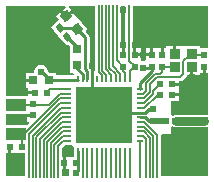
<source format=gtl>
G04 Layer_Physical_Order=1*
G04 Layer_Color=255*
%FSLAX24Y24*%
%MOIN*%
G70*
G01*
G75*
%ADD10R,0.0197X0.0236*%
%ADD11R,0.0374X0.0335*%
%ADD12R,0.0236X0.0197*%
%ADD13R,0.0256X0.0197*%
%ADD14R,0.0295X0.0315*%
%ADD15R,0.0709X0.0394*%
%ADD16R,0.0300X0.0300*%
%ADD17R,0.0315X0.0295*%
G04:AMPARAMS|DCode=18|XSize=19.7mil|YSize=25.6mil|CornerRadius=0mil|HoleSize=0mil|Usage=FLASHONLY|Rotation=40.000|XOffset=0mil|YOffset=0mil|HoleType=Round|Shape=Rectangle|*
%AMROTATEDRECTD18*
4,1,4,0.0007,-0.0161,-0.0158,0.0035,-0.0007,0.0161,0.0158,-0.0035,0.0007,-0.0161,0.0*
%
%ADD18ROTATEDRECTD18*%

G04:AMPARAMS|DCode=19|XSize=31.5mil|YSize=29.5mil|CornerRadius=0mil|HoleSize=0mil|Usage=FLASHONLY|Rotation=40.000|XOffset=0mil|YOffset=0mil|HoleType=Round|Shape=Rectangle|*
%AMROTATEDRECTD19*
4,1,4,-0.0026,-0.0214,-0.0216,0.0012,0.0026,0.0214,0.0216,-0.0012,-0.0026,-0.0214,0.0*
%
%ADD19ROTATEDRECTD19*%

%ADD20O,0.0256X0.0079*%
%ADD21O,0.0079X0.0256*%
%ADD22R,0.1850X0.1850*%
%ADD23C,0.0060*%
%ADD24C,0.0100*%
%ADD25C,0.0090*%
%ADD26C,0.0300*%
%ADD27C,0.0150*%
%ADD28C,0.0080*%
%ADD29C,0.0200*%
%ADD30C,0.0110*%
%ADD31C,0.0240*%
%ADD32C,0.0260*%
G36*
X-2578Y33D02*
X-2380D01*
Y-67D01*
X-2578D01*
Y-235D01*
X-2504D01*
X-2485Y-281D01*
X-2549Y-345D01*
X-3277D01*
Y45D01*
X-2578D01*
Y33D01*
D02*
G37*
G36*
X3390Y1395D02*
X3457D01*
Y3D01*
X3370D01*
X3350Y6D01*
X2400D01*
X2322Y-9D01*
X2301Y-23D01*
X2258Y-5D01*
X2250Y3D01*
Y482D01*
X2495D01*
Y630D01*
X2277D01*
Y730D01*
X2495D01*
Y832D01*
X2495D01*
Y980D01*
X2277D01*
Y1080D01*
X2495D01*
Y1117D01*
X2540D01*
X2591Y1128D01*
X2634Y1156D01*
X2734Y1256D01*
X2762Y1299D01*
X2766Y1316D01*
X2875D01*
Y1584D01*
X2975D01*
Y1316D01*
X3212D01*
Y1395D01*
X3290D01*
Y1613D01*
X3390D01*
Y1395D01*
D02*
G37*
G36*
X-1025Y-1025D02*
X-1003Y-1075D01*
X-1008Y-1102D01*
Y-1162D01*
X-1014Y-1191D01*
Y-1412D01*
X-1267D01*
Y-1610D01*
Y-1808D01*
X-1179D01*
X-1150Y-1858D01*
X-1164Y-1930D01*
X-1151Y-1997D01*
X-1182Y-2047D01*
X-1396D01*
Y-1808D01*
X-1367D01*
Y-1610D01*
Y-1412D01*
X-1396D01*
Y-1097D01*
X-1303Y-1004D01*
X-1280Y-1008D01*
X-1102D01*
X-1075Y-1003D01*
X-1025Y-1025D01*
D02*
G37*
G36*
X-3087Y-1258D02*
X-2623D01*
Y-2047D01*
X-3277D01*
Y-1258D01*
X-3187D01*
Y-1060D01*
X-3087D01*
Y-1258D01*
D02*
G37*
G36*
X2322Y-386D02*
X2400Y-401D01*
X3350D01*
X3370Y-397D01*
X3457D01*
Y-2047D01*
X1903D01*
Y-663D01*
X1930Y-630D01*
X2250D01*
Y-448D01*
X2251Y-398D01*
X2301Y-372D01*
X2322Y-386D01*
D02*
G37*
G36*
X3457Y2225D02*
X3212D01*
Y2304D01*
X2404D01*
Y2036D01*
X2305D01*
Y2304D01*
X2067D01*
Y2225D01*
X1990D01*
Y2007D01*
X1890D01*
Y2225D01*
X1640D01*
Y2007D01*
X1590D01*
Y1957D01*
X1392D01*
Y1839D01*
X1342Y1798D01*
X1310Y1804D01*
X1278Y1798D01*
X1228Y1839D01*
Y1957D01*
X1030D01*
Y2007D01*
X980D01*
Y2225D01*
X973D01*
Y3637D01*
X3457D01*
Y2225D01*
D02*
G37*
G36*
X-313Y1457D02*
X-352Y1427D01*
X-398Y1441D01*
X-405Y1470D01*
X-415Y1520D01*
X-447Y1568D01*
X-472Y1593D01*
Y2590D01*
X-483Y2646D01*
X-515Y2694D01*
X-593Y2772D01*
X-591Y2822D01*
X-552Y2854D01*
X-862Y3223D01*
X-871Y3234D01*
X-894Y3261D01*
X-926Y3300D01*
X-1021Y3413D01*
X-1218Y3247D01*
X-1251Y3286D01*
X-1289Y3253D01*
X-1448Y3443D01*
X-1607Y3310D01*
X-1488Y3168D01*
X-1768Y2932D01*
X-1528Y2646D01*
X-1235Y2297D01*
X-1189Y2335D01*
X-1147Y2293D01*
Y1940D01*
X-1147D01*
Y1904D01*
X-1147D01*
Y1409D01*
X-1022D01*
X-997Y1363D01*
X-1017Y1329D01*
X-1587D01*
Y1407D01*
X-1817D01*
X-1878Y1469D01*
X-1891Y1533D01*
X-1940Y1606D01*
X-2013Y1655D01*
X-2098Y1672D01*
X-2184Y1655D01*
X-2257Y1606D01*
X-2306Y1533D01*
X-2323Y1448D01*
X-2322Y1446D01*
X-2354Y1407D01*
X-2613D01*
Y1200D01*
X-2366D01*
Y1100D01*
X-2613D01*
Y893D01*
X-2515D01*
Y790D01*
X-2297D01*
Y690D01*
X-2515D01*
Y639D01*
X-3277D01*
Y3637D01*
X-1290D01*
X-1272Y3590D01*
X-1371Y3507D01*
X-1244Y3356D01*
X-1085Y3489D01*
X-1172Y3592D01*
X-1151Y3637D01*
X-313D01*
Y1457D01*
D02*
G37*
G36*
X707Y2225D02*
X700D01*
Y2007D01*
X600D01*
Y2225D01*
X553D01*
Y3637D01*
X707D01*
Y2225D01*
D02*
G37*
%LPC*%
G36*
X1540Y2225D02*
X1392D01*
Y2057D01*
X1540D01*
Y2225D01*
D02*
G37*
G36*
X1228D02*
X1080D01*
Y2057D01*
X1228D01*
Y2225D01*
D02*
G37*
%LPD*%
D10*
X-2380Y-17D02*
D03*
Y377D02*
D03*
X1030Y2007D02*
D03*
Y1613D02*
D03*
X1940Y2007D02*
D03*
Y1613D02*
D03*
X1650Y-197D02*
D03*
Y197D02*
D03*
X1590Y2007D02*
D03*
Y1613D02*
D03*
X3340Y1613D02*
D03*
Y2007D02*
D03*
X650Y1613D02*
D03*
Y2007D02*
D03*
D11*
X2354Y1584D02*
D03*
Y2036D02*
D03*
X2925D02*
D03*
Y1584D02*
D03*
D12*
X-2297Y740D02*
D03*
X-1903D02*
D03*
X1883Y680D02*
D03*
X2277D02*
D03*
X2277Y1030D02*
D03*
X1883D02*
D03*
X-3137Y-1060D02*
D03*
X-2743D02*
D03*
X-1317Y-1610D02*
D03*
X-923D02*
D03*
D13*
X2023Y-200D02*
D03*
X2397D02*
D03*
D14*
X-1834Y1150D02*
D03*
X-2366D02*
D03*
D15*
X-2940Y342D02*
D03*
Y-642D02*
D03*
D16*
X3350Y-197D02*
D03*
D17*
X-890Y2188D02*
D03*
Y1656D02*
D03*
D18*
X-1230Y2599D02*
D03*
X-1470Y2885D02*
D03*
D19*
X-1251Y3286D02*
D03*
X-909Y2878D02*
D03*
D20*
X-1191Y866D02*
D03*
Y709D02*
D03*
Y551D02*
D03*
Y394D02*
D03*
Y236D02*
D03*
Y79D02*
D03*
Y-79D02*
D03*
Y-236D02*
D03*
Y-394D02*
D03*
Y-551D02*
D03*
Y-709D02*
D03*
Y-866D02*
D03*
X1191D02*
D03*
Y-709D02*
D03*
Y-551D02*
D03*
Y-394D02*
D03*
Y-236D02*
D03*
Y-79D02*
D03*
Y79D02*
D03*
Y236D02*
D03*
Y394D02*
D03*
Y551D02*
D03*
Y709D02*
D03*
Y866D02*
D03*
D21*
X-866Y-1191D02*
D03*
X-709D02*
D03*
X-551D02*
D03*
X-394D02*
D03*
X-236D02*
D03*
X-79D02*
D03*
X79D02*
D03*
X236D02*
D03*
X394D02*
D03*
X551D02*
D03*
X709D02*
D03*
X866D02*
D03*
Y1191D02*
D03*
X709D02*
D03*
X551D02*
D03*
X394D02*
D03*
X236D02*
D03*
X79D02*
D03*
X-79D02*
D03*
X-236D02*
D03*
X-394D02*
D03*
X-551D02*
D03*
X-709D02*
D03*
X-866D02*
D03*
D22*
X0Y0D02*
D03*
D23*
X2540Y1250D02*
X2640Y1350D01*
X1940Y1440D02*
Y1610D01*
X1870Y1370D02*
X1940Y1440D01*
X1703Y1370D02*
X1870D01*
X1409Y1076D02*
X1703Y1370D01*
X1754Y1250D02*
X2540D01*
X1529Y1025D02*
X1754Y1250D01*
X-180Y1421D02*
Y3650D01*
Y1421D02*
X-79Y1319D01*
Y1191D02*
Y1319D01*
X-60Y1470D02*
Y3650D01*
Y1470D02*
X79Y1331D01*
Y1191D02*
Y1331D01*
X60Y1520D02*
Y3650D01*
Y1520D02*
X236Y1344D01*
Y1191D02*
Y1344D01*
X180Y1570D02*
Y3650D01*
X300Y1619D02*
X551Y1368D01*
X300Y1619D02*
Y3650D01*
X180Y1570D02*
X394Y1356D01*
Y1191D02*
Y1356D01*
X551Y1191D02*
Y1368D01*
X650Y1450D02*
Y1613D01*
Y1450D02*
X709Y1391D01*
Y1191D02*
Y1391D01*
X420Y1843D02*
Y3650D01*
Y1843D02*
X650Y1613D01*
X866Y1466D02*
X1022Y1622D01*
X1030Y1613D01*
X840Y1803D02*
X1022Y1622D01*
X840Y1803D02*
Y3650D01*
X866Y1191D02*
Y1466D01*
X1409Y813D02*
Y1076D01*
X2640Y1790D02*
X2857Y2007D01*
X2640Y1350D02*
Y1790D01*
X2857Y2007D02*
X3340D01*
X1191Y-709D02*
X1305D01*
X1409Y-813D01*
Y-2060D02*
Y-813D01*
X1191Y-2060D02*
Y-866D01*
X-1477Y709D02*
X-1191D01*
X-2658Y-642D02*
X-1465Y551D01*
X-1191D01*
X-2490Y-644D02*
X-1452Y394D01*
X-1191D01*
X-2370Y-694D02*
X-1440Y236D01*
X-1191D01*
X-2250Y-744D02*
X-1427Y79D01*
X-1191D01*
X-2129Y-794D02*
X-1414Y-79D01*
X-1191D01*
X-1769Y-943D02*
X-1377Y-551D01*
X-1191D01*
X-1649Y-992D02*
X-1365Y-709D01*
X-1191D01*
X-2009Y-843D02*
X-1401Y-236D01*
X-1191D01*
X-1889Y-893D02*
X-1389Y-394D01*
X-1191D01*
X1319Y-551D02*
X1529Y-762D01*
X1331Y-394D02*
X1650Y-713D01*
X1343Y-236D02*
X1770Y-663D01*
X-709Y-2060D02*
Y-1191D01*
X-236Y-2060D02*
Y-1191D01*
X-394Y-2060D02*
Y-1191D01*
X1191Y-236D02*
X1343D01*
X1191Y-394D02*
X1331D01*
X1770Y-2060D02*
Y-663D01*
X1650Y812D02*
X1841Y1002D01*
X1787Y680D02*
X1890D01*
X1191Y709D02*
X1305D01*
X1409Y813D01*
X1191Y551D02*
X1319D01*
X1529Y762D01*
X1191Y394D02*
X1331D01*
X1650Y713D01*
X1650Y812D01*
X1191Y236D02*
X1343D01*
X1787Y680D01*
X866Y-2060D02*
Y-1191D01*
X1529Y-2060D02*
Y-762D01*
X1191Y-551D02*
X1319D01*
X1650Y-2060D02*
Y-713D01*
X1529Y762D02*
Y1025D01*
X2297Y1613D02*
X2375Y1534D01*
X1920Y1613D02*
X2297D01*
X709Y-2060D02*
Y-1191D01*
X551Y-2060D02*
Y-1191D01*
X394Y-2060D02*
Y-1191D01*
X236Y-2060D02*
Y-1191D01*
X79Y-2060D02*
Y-1191D01*
X-79Y-2060D02*
Y-1191D01*
X-551Y-2060D02*
Y-1191D01*
X-1353Y-866D02*
X-1191D01*
X-1529Y-1042D02*
X-1353Y-866D01*
X-1529Y-2058D02*
Y-1042D01*
X-2490Y-2058D02*
Y-644D01*
X-2370Y-2058D02*
Y-694D01*
X-2129Y-2058D02*
Y-794D01*
X-2009Y-2058D02*
Y-843D01*
X-2250Y-2058D02*
Y-744D01*
X-1769Y-2058D02*
Y-943D01*
X-1889Y-2058D02*
Y-893D01*
X-1649Y-2058D02*
Y-992D01*
X-2940Y-642D02*
X-2658D01*
X-2743Y-1060D02*
Y-839D01*
X-2940Y-642D02*
X-2743Y-839D01*
X-2940Y342D02*
X-1844D01*
X-1477Y709D01*
D24*
X1590Y1458D02*
Y1613D01*
X1190Y1058D02*
X1590Y1458D01*
X1310Y1580D02*
X1317Y1573D01*
X1590D01*
X1190Y877D02*
Y1058D01*
D25*
X-909Y2878D02*
X-620Y2590D01*
X-890Y1538D02*
Y1656D01*
Y1538D02*
X-709Y1356D01*
Y1191D02*
Y1356D01*
X-620Y1532D02*
Y2590D01*
Y1532D02*
X-551Y1463D01*
X-394Y866D02*
Y1191D01*
X-940Y-1930D02*
X-866Y-1856D01*
Y-1191D01*
X-2098Y1448D02*
X-2066D01*
X-1799Y1181D02*
X-870D01*
X-2066Y1448D02*
X-1833Y1215D01*
X-1799Y1181D01*
X1191Y-79D02*
X1378D01*
X1500Y-201D01*
X1653D01*
X1378Y80D02*
X1491Y193D01*
X1653D01*
X243Y80D02*
X1378D01*
X-551Y1203D02*
Y1463D01*
X-1470Y2885D02*
X-916D01*
X-394Y1191D02*
Y1630D01*
D26*
X2400Y-197D02*
X3350D01*
D27*
X-969Y-1930D02*
X-940D01*
X-1833Y1148D02*
Y1215D01*
D28*
X-1783Y866D02*
X-1191D01*
X-1902Y748D02*
X-1783Y866D01*
D29*
X1650Y-199D02*
X2003D01*
D30*
X-1230Y2599D02*
X-890Y2259D01*
Y2188D02*
Y2259D01*
D31*
X630Y3490D02*
D03*
X2930Y1272D02*
D03*
X630Y2330D02*
D03*
X2372Y138D02*
D03*
X-2280Y2890D02*
D03*
X2590Y1010D02*
D03*
Y680D02*
D03*
X-2620Y750D02*
D03*
X-1180Y-1181D02*
D03*
X-940Y-1930D02*
D03*
X2750Y-940D02*
D03*
X-1310Y-1940D02*
D03*
X1310Y1580D02*
D03*
X-2720Y1150D02*
D03*
X-2098Y1448D02*
D03*
X-3160Y2920D02*
D03*
X-2070Y1790D02*
D03*
X-3160Y1490D02*
D03*
X-394Y2840D02*
D03*
X1050Y2330D02*
D03*
X1590D02*
D03*
X1930D02*
D03*
X3280Y2920D02*
D03*
X2310Y2410D02*
D03*
X3340Y1290D02*
D03*
X3350Y133D02*
D03*
X2400Y-530D02*
D03*
X3350Y-527D02*
D03*
X2030Y-1890D02*
D03*
X3130D02*
D03*
X-3160Y-1930D02*
D03*
Y-1380D02*
D03*
X-2790Y-80D02*
D03*
X-394Y3490D02*
D03*
X-1680Y3460D02*
D03*
X-3160Y3490D02*
D03*
X-1300Y1552D02*
D03*
X1130Y3490D02*
D03*
X3280D02*
D03*
X-390Y1630D02*
D03*
X1310Y2007D02*
D03*
D32*
X-709Y709D02*
D03*
X-236D02*
D03*
X236D02*
D03*
X709D02*
D03*
X-709Y236D02*
D03*
X-236D02*
D03*
X236D02*
D03*
X709D02*
D03*
X-709Y-236D02*
D03*
X-236D02*
D03*
X236D02*
D03*
X709D02*
D03*
X-709Y-709D02*
D03*
X-236D02*
D03*
X236D02*
D03*
X709D02*
D03*
M02*

</source>
